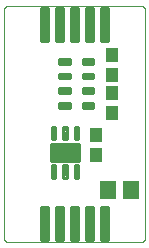
<source format=gts>
G75*
%MOIN*%
%OFA0B0*%
%FSLAX25Y25*%
%IPPOS*%
%LPD*%
%AMOC8*
5,1,8,0,0,1.08239X$1,22.5*
%
%ADD10C,0.00000*%
%ADD11C,0.01775*%
%ADD12R,0.05518X0.06306*%
%ADD13C,0.01675*%
%ADD14C,0.01086*%
%ADD15R,0.04337X0.04731*%
%ADD16C,0.01283*%
D10*
X0002969Y0014780D02*
X0047063Y0014780D01*
X0047063Y0014779D02*
X0047140Y0014781D01*
X0047217Y0014787D01*
X0047294Y0014796D01*
X0047370Y0014809D01*
X0047446Y0014826D01*
X0047520Y0014847D01*
X0047594Y0014871D01*
X0047666Y0014899D01*
X0047736Y0014930D01*
X0047805Y0014965D01*
X0047873Y0015003D01*
X0047938Y0015044D01*
X0048001Y0015089D01*
X0048062Y0015137D01*
X0048121Y0015187D01*
X0048177Y0015240D01*
X0048230Y0015296D01*
X0048280Y0015355D01*
X0048328Y0015416D01*
X0048373Y0015479D01*
X0048414Y0015544D01*
X0048452Y0015612D01*
X0048487Y0015681D01*
X0048518Y0015751D01*
X0048546Y0015823D01*
X0048570Y0015897D01*
X0048591Y0015971D01*
X0048608Y0016047D01*
X0048621Y0016123D01*
X0048630Y0016200D01*
X0048636Y0016277D01*
X0048638Y0016354D01*
X0048638Y0091945D01*
X0048636Y0092022D01*
X0048630Y0092099D01*
X0048621Y0092176D01*
X0048608Y0092252D01*
X0048591Y0092328D01*
X0048570Y0092402D01*
X0048546Y0092476D01*
X0048518Y0092548D01*
X0048487Y0092618D01*
X0048452Y0092687D01*
X0048414Y0092755D01*
X0048373Y0092820D01*
X0048328Y0092883D01*
X0048280Y0092944D01*
X0048230Y0093003D01*
X0048177Y0093059D01*
X0048121Y0093112D01*
X0048062Y0093162D01*
X0048001Y0093210D01*
X0047938Y0093255D01*
X0047873Y0093296D01*
X0047805Y0093334D01*
X0047736Y0093369D01*
X0047666Y0093400D01*
X0047594Y0093428D01*
X0047520Y0093452D01*
X0047446Y0093473D01*
X0047370Y0093490D01*
X0047294Y0093503D01*
X0047217Y0093512D01*
X0047140Y0093518D01*
X0047063Y0093520D01*
X0002969Y0093520D01*
X0002892Y0093518D01*
X0002815Y0093512D01*
X0002738Y0093503D01*
X0002662Y0093490D01*
X0002586Y0093473D01*
X0002512Y0093452D01*
X0002438Y0093428D01*
X0002366Y0093400D01*
X0002296Y0093369D01*
X0002227Y0093334D01*
X0002159Y0093296D01*
X0002094Y0093255D01*
X0002031Y0093210D01*
X0001970Y0093162D01*
X0001911Y0093112D01*
X0001855Y0093059D01*
X0001802Y0093003D01*
X0001752Y0092944D01*
X0001704Y0092883D01*
X0001659Y0092820D01*
X0001618Y0092755D01*
X0001580Y0092687D01*
X0001545Y0092618D01*
X0001514Y0092548D01*
X0001486Y0092476D01*
X0001462Y0092402D01*
X0001441Y0092328D01*
X0001424Y0092252D01*
X0001411Y0092176D01*
X0001402Y0092099D01*
X0001396Y0092022D01*
X0001394Y0091945D01*
X0001394Y0016354D01*
X0001396Y0016277D01*
X0001402Y0016200D01*
X0001411Y0016123D01*
X0001424Y0016047D01*
X0001441Y0015971D01*
X0001462Y0015897D01*
X0001486Y0015823D01*
X0001514Y0015751D01*
X0001545Y0015681D01*
X0001580Y0015612D01*
X0001618Y0015544D01*
X0001659Y0015479D01*
X0001704Y0015416D01*
X0001752Y0015355D01*
X0001802Y0015296D01*
X0001855Y0015240D01*
X0001911Y0015187D01*
X0001970Y0015137D01*
X0002031Y0015089D01*
X0002094Y0015044D01*
X0002159Y0015003D01*
X0002227Y0014965D01*
X0002296Y0014930D01*
X0002366Y0014899D01*
X0002438Y0014871D01*
X0002512Y0014847D01*
X0002586Y0014826D01*
X0002662Y0014809D01*
X0002738Y0014796D01*
X0002815Y0014787D01*
X0002892Y0014781D01*
X0002969Y0014779D01*
D11*
X0014128Y0026297D02*
X0015904Y0026297D01*
X0015904Y0015861D01*
X0014128Y0015861D01*
X0014128Y0026297D01*
X0014128Y0017635D02*
X0015904Y0017635D01*
X0015904Y0019409D02*
X0014128Y0019409D01*
X0014128Y0021183D02*
X0015904Y0021183D01*
X0015904Y0022957D02*
X0014128Y0022957D01*
X0014128Y0024731D02*
X0015904Y0024731D01*
X0019128Y0026297D02*
X0020904Y0026297D01*
X0020904Y0015861D01*
X0019128Y0015861D01*
X0019128Y0026297D01*
X0019128Y0017635D02*
X0020904Y0017635D01*
X0020904Y0019409D02*
X0019128Y0019409D01*
X0019128Y0021183D02*
X0020904Y0021183D01*
X0020904Y0022957D02*
X0019128Y0022957D01*
X0019128Y0024731D02*
X0020904Y0024731D01*
X0024128Y0026297D02*
X0025904Y0026297D01*
X0025904Y0015861D01*
X0024128Y0015861D01*
X0024128Y0026297D01*
X0024128Y0017635D02*
X0025904Y0017635D01*
X0025904Y0019409D02*
X0024128Y0019409D01*
X0024128Y0021183D02*
X0025904Y0021183D01*
X0025904Y0022957D02*
X0024128Y0022957D01*
X0024128Y0024731D02*
X0025904Y0024731D01*
X0029128Y0026297D02*
X0030904Y0026297D01*
X0030904Y0015861D01*
X0029128Y0015861D01*
X0029128Y0026297D01*
X0029128Y0017635D02*
X0030904Y0017635D01*
X0030904Y0019409D02*
X0029128Y0019409D01*
X0029128Y0021183D02*
X0030904Y0021183D01*
X0030904Y0022957D02*
X0029128Y0022957D01*
X0029128Y0024731D02*
X0030904Y0024731D01*
X0034128Y0026297D02*
X0035904Y0026297D01*
X0035904Y0015861D01*
X0034128Y0015861D01*
X0034128Y0026297D01*
X0034128Y0017635D02*
X0035904Y0017635D01*
X0035904Y0019409D02*
X0034128Y0019409D01*
X0034128Y0021183D02*
X0035904Y0021183D01*
X0035904Y0022957D02*
X0034128Y0022957D01*
X0034128Y0024731D02*
X0035904Y0024731D01*
X0035904Y0092438D02*
X0034128Y0092438D01*
X0035904Y0092438D02*
X0035904Y0082002D01*
X0034128Y0082002D01*
X0034128Y0092438D01*
X0034128Y0083776D02*
X0035904Y0083776D01*
X0035904Y0085550D02*
X0034128Y0085550D01*
X0034128Y0087324D02*
X0035904Y0087324D01*
X0035904Y0089098D02*
X0034128Y0089098D01*
X0034128Y0090872D02*
X0035904Y0090872D01*
X0030904Y0092438D02*
X0029128Y0092438D01*
X0030904Y0092438D02*
X0030904Y0082002D01*
X0029128Y0082002D01*
X0029128Y0092438D01*
X0029128Y0083776D02*
X0030904Y0083776D01*
X0030904Y0085550D02*
X0029128Y0085550D01*
X0029128Y0087324D02*
X0030904Y0087324D01*
X0030904Y0089098D02*
X0029128Y0089098D01*
X0029128Y0090872D02*
X0030904Y0090872D01*
X0025904Y0092438D02*
X0024128Y0092438D01*
X0025904Y0092438D02*
X0025904Y0082002D01*
X0024128Y0082002D01*
X0024128Y0092438D01*
X0024128Y0083776D02*
X0025904Y0083776D01*
X0025904Y0085550D02*
X0024128Y0085550D01*
X0024128Y0087324D02*
X0025904Y0087324D01*
X0025904Y0089098D02*
X0024128Y0089098D01*
X0024128Y0090872D02*
X0025904Y0090872D01*
X0020904Y0092438D02*
X0019128Y0092438D01*
X0020904Y0092438D02*
X0020904Y0082002D01*
X0019128Y0082002D01*
X0019128Y0092438D01*
X0019128Y0083776D02*
X0020904Y0083776D01*
X0020904Y0085550D02*
X0019128Y0085550D01*
X0019128Y0087324D02*
X0020904Y0087324D01*
X0020904Y0089098D02*
X0019128Y0089098D01*
X0019128Y0090872D02*
X0020904Y0090872D01*
X0015904Y0092438D02*
X0014128Y0092438D01*
X0015904Y0092438D02*
X0015904Y0082002D01*
X0014128Y0082002D01*
X0014128Y0092438D01*
X0014128Y0083776D02*
X0015904Y0083776D01*
X0015904Y0085550D02*
X0014128Y0085550D01*
X0014128Y0087324D02*
X0015904Y0087324D01*
X0015904Y0089098D02*
X0014128Y0089098D01*
X0014128Y0090872D02*
X0015904Y0090872D01*
D12*
X0036236Y0032102D03*
X0043717Y0032102D03*
D13*
X0026150Y0042189D02*
X0017582Y0042189D01*
X0017582Y0047213D01*
X0026150Y0047213D01*
X0026150Y0042189D01*
X0026150Y0043863D02*
X0017582Y0043863D01*
X0017582Y0045537D02*
X0026150Y0045537D01*
X0026150Y0047211D02*
X0017582Y0047211D01*
D14*
X0018472Y0049079D02*
X0018472Y0053117D01*
X0018472Y0049079D02*
X0017386Y0049079D01*
X0017386Y0053117D01*
X0018472Y0053117D01*
X0018472Y0050164D02*
X0017386Y0050164D01*
X0017386Y0051249D02*
X0018472Y0051249D01*
X0018472Y0052334D02*
X0017386Y0052334D01*
X0022409Y0053117D02*
X0022409Y0049079D01*
X0021323Y0049079D01*
X0021323Y0053117D01*
X0022409Y0053117D01*
X0022409Y0050164D02*
X0021323Y0050164D01*
X0021323Y0051249D02*
X0022409Y0051249D01*
X0022409Y0052334D02*
X0021323Y0052334D01*
X0026346Y0053117D02*
X0026346Y0049079D01*
X0025260Y0049079D01*
X0025260Y0053117D01*
X0026346Y0053117D01*
X0026346Y0050164D02*
X0025260Y0050164D01*
X0025260Y0051249D02*
X0026346Y0051249D01*
X0026346Y0052334D02*
X0025260Y0052334D01*
X0026346Y0040322D02*
X0026346Y0036284D01*
X0025260Y0036284D01*
X0025260Y0040322D01*
X0026346Y0040322D01*
X0026346Y0037369D02*
X0025260Y0037369D01*
X0025260Y0038454D02*
X0026346Y0038454D01*
X0026346Y0039539D02*
X0025260Y0039539D01*
X0022409Y0040322D02*
X0022409Y0036284D01*
X0021323Y0036284D01*
X0021323Y0040322D01*
X0022409Y0040322D01*
X0022409Y0037369D02*
X0021323Y0037369D01*
X0021323Y0038454D02*
X0022409Y0038454D01*
X0022409Y0039539D02*
X0021323Y0039539D01*
X0018472Y0040322D02*
X0018472Y0036284D01*
X0017386Y0036284D01*
X0017386Y0040322D01*
X0018472Y0040322D01*
X0018472Y0037369D02*
X0017386Y0037369D01*
X0017386Y0038454D02*
X0018472Y0038454D01*
X0018472Y0039539D02*
X0017386Y0039539D01*
D15*
X0032102Y0043717D03*
X0032102Y0050409D03*
X0037614Y0057890D03*
X0037614Y0064583D03*
X0037614Y0070488D03*
X0037614Y0077181D03*
D16*
X0031267Y0075558D02*
X0028213Y0075558D01*
X0031267Y0075558D02*
X0031267Y0074276D01*
X0028213Y0074276D01*
X0028213Y0075558D01*
X0031267Y0075558D01*
X0031267Y0070637D02*
X0028213Y0070637D01*
X0031267Y0070637D02*
X0031267Y0069355D01*
X0028213Y0069355D01*
X0028213Y0070637D01*
X0031267Y0070637D01*
X0031267Y0065716D02*
X0028213Y0065716D01*
X0031267Y0065716D02*
X0031267Y0064434D01*
X0028213Y0064434D01*
X0028213Y0065716D01*
X0031267Y0065716D01*
X0031267Y0060795D02*
X0028213Y0060795D01*
X0031267Y0060795D02*
X0031267Y0059513D01*
X0028213Y0059513D01*
X0028213Y0060795D01*
X0031267Y0060795D01*
X0023393Y0060795D02*
X0020339Y0060795D01*
X0023393Y0060795D02*
X0023393Y0059513D01*
X0020339Y0059513D01*
X0020339Y0060795D01*
X0023393Y0060795D01*
X0023393Y0065716D02*
X0020339Y0065716D01*
X0023393Y0065716D02*
X0023393Y0064434D01*
X0020339Y0064434D01*
X0020339Y0065716D01*
X0023393Y0065716D01*
X0023393Y0070637D02*
X0020339Y0070637D01*
X0023393Y0070637D02*
X0023393Y0069355D01*
X0020339Y0069355D01*
X0020339Y0070637D01*
X0023393Y0070637D01*
X0023393Y0075558D02*
X0020339Y0075558D01*
X0023393Y0075558D02*
X0023393Y0074276D01*
X0020339Y0074276D01*
X0020339Y0075558D01*
X0023393Y0075558D01*
M02*

</source>
